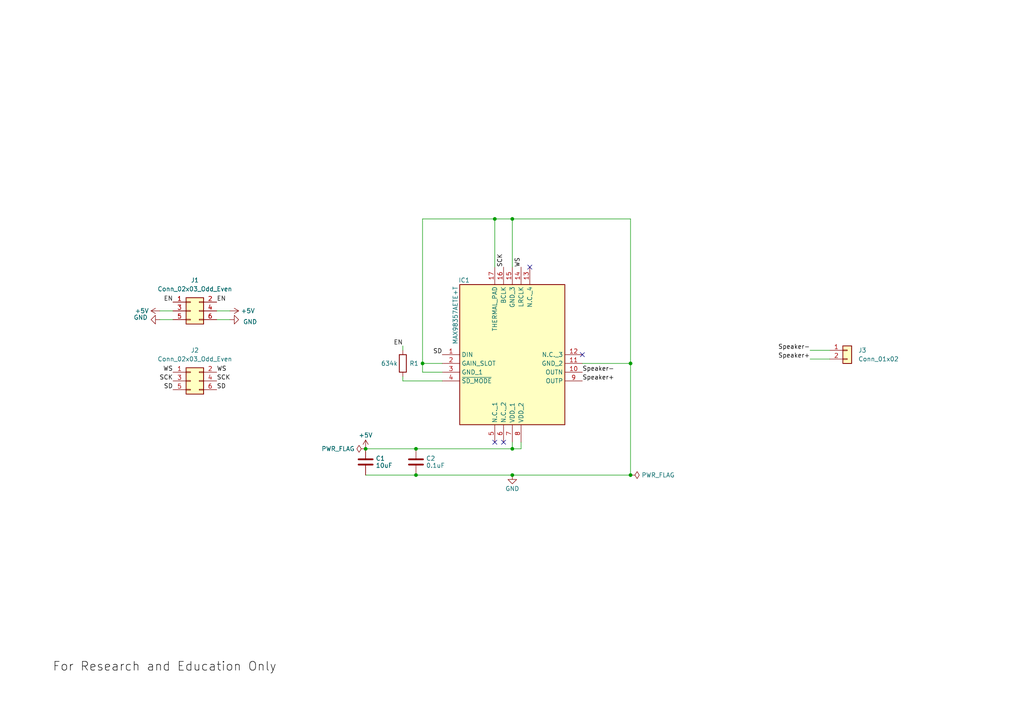
<source format=kicad_sch>
(kicad_sch (version 20250114) (generator "eeschema") (generator_version "9.0")
  (paper "A4")
  (title_block (title "NB3 Mouth") (date "2024-10-02") (rev "0.0.3") (company "Voight-Kampff") (comment 1 "I2S Codec and 3W (Class D) Amplifier"))
  (lib_symbols
    (symbol "Connector_Generic:Conn_01x02" (pin_names (offset 1.016) (hide yes))
      (property "Reference" "J" (at 0 2.54 0))
      (property "Value" "Conn_01x02" (at 0 -5.08 0))
      (symbol "Conn_01x02_1_1"
        (rectangle (start -1.27 1.27) (end 1.27 -3.81) (stroke (width 0.254)) (fill (type background)))
        (rectangle (start -1.27 0.127) (end 0 -0.127) (stroke (width 0.1524)))
        (rectangle (start -1.27 -2.413) (end 0 -2.667) (stroke (width 0.1524)))
        (pin passive line (at -5.08 0 0) (length 3.81) (name "Pin_1") (number "1"))
        (pin passive line (at -5.08 -2.54 0) (length 3.81) (name "Pin_2") (number "2"))
      )
    )
    (symbol "Connector_Generic:Conn_02x03_Odd_Even" (pin_names (offset 1.016) (hide yes))
      (property "Reference" "J" (at 1.27 5.08 0))
      (property "Value" "Conn_02x03_Odd_Even" (at 1.27 -5.08 0))
      (symbol "Conn_02x03_Odd_Even_1_1"
        (rectangle (start -1.27 3.81) (end 3.81 -3.81) (stroke (width 0.254)) (fill (type background)))
        (rectangle (start -1.27 2.667) (end 0 2.413) (stroke (width 0.1524)))
        (rectangle (start -1.27 0.127) (end 0 -0.127) (stroke (width 0.1524)))
        (rectangle (start -1.27 -2.413) (end 0 -2.667) (stroke (width 0.1524)))
        (rectangle (start 3.81 2.667) (end 2.54 2.413) (stroke (width 0.1524)))
        (rectangle (start 3.81 0.127) (end 2.54 -0.127) (stroke (width 0.1524)))
        (rectangle (start 3.81 -2.413) (end 2.54 -2.667) (stroke (width 0.1524)))
        (pin passive line (at -5.08 2.54 0) (length 3.81) (name "Pin_1") (number "1"))
        (pin passive line (at -5.08 0 0) (length 3.81) (name "Pin_3") (number "3"))
        (pin passive line (at -5.08 -2.54 0) (length 3.81) (name "Pin_5") (number "5"))
        (pin passive line (at 7.62 2.54 180) (length 3.81) (name "Pin_2") (number "2"))
        (pin passive line (at 7.62 0 180) (length 3.81) (name "Pin_4") (number "4"))
        (pin passive line (at 7.62 -2.54 180) (length 3.81) (name "Pin_6") (number "6"))
      )
    )
    (symbol "Device:C" (pin_numbers (hide yes)) (pin_names (offset 0.254))
      (property "Reference" "C" (at 0.635 2.54 0))
      (property "Value" "C" (at 0.635 -2.54 0))
      (symbol "C_0_1"
        (polyline (pts (xy -2.032 0.762) (xy 2.032 0.762)) (stroke (width 0.508)))
        (polyline (pts (xy -2.032 -0.762) (xy 2.032 -0.762)) (stroke (width 0.508)))
      )
      (symbol "C_1_1"
        (pin passive line (at 0 3.81 270) (length 2.794) (name "~") (number "1"))
        (pin passive line (at 0 -3.81 90) (length 2.794) (name "~") (number "2"))
      )
    )
    (symbol "Device:R" (pin_numbers (hide yes)) (pin_names (offset 0))
      (property "Reference" "R" (at 2.032 0 90))
      (property "Value" "R" (at 0 0 90))
      (symbol "R_0_1"
        (rectangle (start -1.016 -2.54) (end 1.016 2.54) (stroke (width 0.254)))
      )
      (symbol "R_1_1"
        (pin passive line (at 0 3.81 270) (length 1.27) (name "~") (number "1"))
        (pin passive line (at 0 -3.81 90) (length 1.27) (name "~") (number "2"))
      )
    )
    (symbol "GND_1" (power) (pin_names (offset 0))
      (property "Value" "GND_1" (at 0 -3.81 0))
      (symbol "GND_1_0_1"
        (polyline (pts (xy 0 0) (xy 0 -1.27) (xy 1.27 -1.27) (xy 0 -2.54) (xy -1.27 -1.27) (xy 0 -1.27)))
      )
      (symbol "GND_1_1_1"
        (pin power_in line (at 0 0 270) (length 0) (hide yes) (name "GND") (number "1"))
      )
    )
    (symbol "GND_2" (power) (pin_names (offset 0))
      (property "Value" "GND_2" (at 0 -3.81 0))
      (symbol "GND_2_0_1"
        (polyline (pts (xy 0 0) (xy 0 -1.27) (xy 1.27 -1.27) (xy 0 -2.54) (xy -1.27 -1.27) (xy 0 -1.27)))
      )
      (symbol "GND_2_1_1"
        (pin power_in line (at 0 0 270) (length 0) (hide yes) (name "GND") (number "1"))
      )
    )
    (symbol "NB3_mouth:I2S_DAC-AMP_MAX98357A"
      (property "Reference" "IC" (at 36.83 25.4 0))
      (property "Value" "MAX98357AETE+T" (at 36.83 22.86 0))
      (symbol "I2S_DAC-AMP_MAX98357A_1_1"
        (rectangle (start 5.08 20.32) (end 35.56 -20.32) (stroke (width 0.254)) (fill (type background)))
        (pin passive line (at 0 0 0) (length 5.08) (name "DIN") (number "1"))
        (pin passive line (at 0 -2.54 0) (length 5.08) (name "GAIN_SLOT") (number "2"))
        (pin passive line (at 0 -5.08 0) (length 5.08) (name "GND_1") (number "3"))
        (pin passive line (at 0 -7.62 0) (length 5.08) (name "~{SD_MODE}") (number "4"))
        (pin passive line (at 15.24 25.4 270) (length 5.08) (name "THERMAL_PAD") (number "17"))
        (pin passive line (at 15.24 -25.4 90) (length 5.08) (name "N.C._1") (number "5"))
        (pin passive line (at 17.78 25.4 270) (length 5.08) (name "BCLK") (number "16"))
        (pin passive line (at 17.78 -25.4 90) (length 5.08) (name "N.C._2") (number "6"))
        (pin passive line (at 20.32 25.4 270) (length 5.08) (name "GND_3") (number "15"))
        (pin passive line (at 20.32 -25.4 90) (length 5.08) (name "VDD_1") (number "7"))
        (pin passive line (at 22.86 25.4 270) (length 5.08) (name "LRCLK") (number "14"))
        (pin passive line (at 22.86 -25.4 90) (length 5.08) (name "VDD_2") (number "8"))
        (pin passive line (at 25.4 25.4 270) (length 5.08) (name "N.C._4") (number "13"))
        (pin passive line (at 40.64 0 180) (length 5.08) (name "N.C._3") (number "12"))
        (pin passive line (at 40.64 -2.54 180) (length 5.08) (name "GND_2") (number "11"))
        (pin passive line (at 40.64 -5.08 180) (length 5.08) (name "OUTN") (number "10"))
        (pin passive line (at 40.64 -7.62 180) (length 5.08) (name "OUTP") (number "9"))
      )
    )
    (symbol "power:+5V" (power) (pin_names (offset 0))
      (property "Value" "+5V" (at 0 3.556 0))
      (symbol "+5V_0_1"
        (polyline (pts (xy -0.762 1.27) (xy 0 2.54)))
        (polyline (pts (xy 0 2.54) (xy 0.762 1.27)))
        (polyline (pts (xy 0 0) (xy 0 2.54)))
      )
      (symbol "+5V_1_1"
        (pin power_in line (at 0 0 90) (length 0) (hide yes) (name "+5V") (number "1"))
      )
    )
    (symbol "power:GND" (power) (pin_names (offset 0))
      (property "Value" "GND" (at 0 -3.81 0))
      (symbol "GND_0_1"
        (polyline (pts (xy 0 0) (xy 0 -1.27) (xy 1.27 -1.27) (xy 0 -2.54) (xy -1.27 -1.27) (xy 0 -1.27)))
      )
      (symbol "GND_1_1"
        (pin power_in line (at 0 0 270) (length 0) (hide yes) (name "GND") (number "1"))
      )
    )
    (symbol "power:PWR_FLAG" (power) (pin_numbers (hide yes)) (pin_names (offset 0) (hide yes))
      (property "Value" "PWR_FLAG" (at 0 3.81 0))
      (symbol "PWR_FLAG_0_0"
        (pin power_out line (at 0 0 90) (length 0) (name "pwr") (number "1"))
      )
      (symbol "PWR_FLAG_0_1"
        (polyline (pts (xy 0 0) (xy 0 1.27) (xy -1.016 1.905) (xy 0 2.54) (xy 1.016 1.905) (xy 0 1.27)))
      )
    )
  )
  (text "For Research and Education Only" (at 15.24 194.945 0) (effects (font (size 2.54 2.54)) (justify left bottom)))
  (junction (at 106.045 130.175))
  (junction (at 122.555 105.41))
  (junction (at 143.51 63.5))
  (junction (at 148.59 137.795))
  (junction (at 182.88 137.795))
  (junction (at 148.59 130.175))
  (junction (at 182.88 105.41))
  (junction (at 120.65 137.795))
  (junction (at 120.65 130.175))
  (junction (at 148.59 63.5))
  (no_connect (at 153.67 77.47))
  (no_connect (at 146.05 128.27))
  (no_connect (at 143.51 128.27))
  (no_connect (at 168.91 102.87))
  (wire (pts (xy 168.91 105.41) (xy 182.88 105.41)))
  (wire (pts (xy 148.59 128.27) (xy 148.59 130.175)))
  (wire (pts (xy 62.865 90.17) (xy 66.675 90.17)))
  (wire (pts (xy 128.27 107.95) (xy 122.555 107.95)))
  (wire (pts (xy 62.865 92.71) (xy 66.675 92.71)))
  (wire (pts (xy 151.13 130.175) (xy 151.13 128.27)))
  (wire (pts (xy 120.65 130.175) (xy 148.59 130.175)))
  (wire (pts (xy 106.045 130.175) (xy 120.65 130.175)))
  (wire (pts (xy 148.59 137.795) (xy 182.88 137.795)))
  (wire (pts (xy 122.555 63.5) (xy 122.555 105.41)))
  (wire (pts (xy 122.555 105.41) (xy 122.555 107.95)))
  (wire (pts (xy 116.84 110.49) (xy 128.27 110.49)))
  (wire (pts (xy 116.84 109.22) (xy 116.84 110.49)))
  (wire (pts (xy 120.65 137.795) (xy 148.59 137.795)))
  (wire (pts (xy 148.59 130.175) (xy 151.13 130.175)))
  (wire (pts (xy 128.27 105.41) (xy 122.555 105.41)))
  (wire (pts (xy 116.84 100.33) (xy 116.84 101.6)))
  (wire (pts (xy 148.59 77.47) (xy 148.59 63.5)))
  (wire (pts (xy 46.355 90.17) (xy 50.165 90.17)))
  (wire (pts (xy 148.59 63.5) (xy 182.88 63.5)))
  (wire (pts (xy 182.88 105.41) (xy 182.88 137.795)))
  (wire (pts (xy 143.51 63.5) (xy 148.59 63.5)))
  (wire (pts (xy 46.355 92.71) (xy 50.165 92.71)))
  (wire (pts (xy 234.95 101.6) (xy 240.665 101.6)))
  (wire (pts (xy 143.51 63.5) (xy 143.51 77.47)))
  (wire (pts (xy 106.045 137.795) (xy 120.65 137.795)))
  (wire (pts (xy 122.555 63.5) (xy 143.51 63.5)))
  (wire (pts (xy 182.88 63.5) (xy 182.88 105.41)))
  (wire (pts (xy 234.95 104.14) (xy 240.665 104.14)))
  (label "EN" (at 116.84 100.33 180))
  (label "EN" (at 50.165 87.63 180))
  (label "SD" (at 50.165 113.03 180))
  (label "EN" (at 62.865 87.63 0))
  (label "Speaker+" (at 168.91 110.49 0))
  (label "SD" (at 128.27 102.87 180))
  (label "Speaker+" (at 234.95 104.14 180))
  (label "WS" (at 50.165 107.95 180))
  (label "WS" (at 151.13 77.47 90))
  (label "SCK" (at 146.05 77.47 90))
  (label "SD" (at 62.865 113.03 0))
  (label "SCK" (at 50.165 110.49 180))
  (label "SCK" (at 62.865 110.49 0))
  (label "WS" (at 62.865 107.95 0))
  (label "Speaker-" (at 168.91 107.95 0))
  (label "Speaker-" (at 234.95 101.6 180))
  (symbol (lib_id "power:PWR_FLAG") (at 182.88 137.795 270) (unit 1)
    (property "Reference" "#FLG02" (effects (hide yes)))
    (property "Value" "PWR_FLAG" (at 186.055 137.795 90) (effects (justify left)))
  )
  (symbol (lib_id "NB3_mouth:I2S_DAC-AMP_MAX98357A") (at 128.27 102.87 0) (unit 1)
    (property "Reference" "IC1" (at 134.62 81.28 0))
    (property "Value" "MAX98357AETE+T" (at 132.08 91.44 90))
    (property "Footprint" "NB3_mouth:I2S_DAC-AMP_MAX98357A" (effects (hide yes)))
    (property "Datasheet" "https://datasheets.maximintegrated.com/en/ds/MAX98357A-MAX98357B.pdf" (effects (hide yes)))
    (property "Height" "0.8" (effects (hide yes)))
    (property "Mouser Part Number" "700-MAX98357AETE+T" (effects (hide yes)))
    (property "Mouser Price/Stock" "https://www.mouser.co.uk/ProductDetail/Analog-Devices-Maxim-Integrated/MAX98357AETE%2bT?qs=AAveGqk956HhNpoJjF5x2g%3D%3D" (effects (hide yes)))
    (property "Manufacturer_Name" "Analog Devices" (effects (hide yes)))
    (property "Manufacturer_Part_Number" "MAX98357AETE+T" (effects (hide yes)))
  )
  (symbol (lib_name "GND_1") (lib_id "power:GND") (at 148.59 137.795 0) (unit 1)
    (property "Reference" "#PWR06" (effects (hide yes)))
    (property "Value" "GND" (at 148.59 141.74 0))
  )
  (symbol (lib_id "power:GND") (at 46.355 92.71 270) (unit 1)
    (property "Reference" "#PWR02" (effects (hide yes)))
    (property "Value" "GND" (at 38.735 92.0749 90) (effects (justify left)))
  )
  (symbol (lib_id "power:+5V") (at 46.355 90.17 90) (unit 1)
    (property "Reference" "#PWR01" (effects (hide yes)))
    (property "Value" "+5V" (at 43.1801 90.17 90) (effects (justify left)))
  )
  (symbol (lib_name "GND_2") (lib_id "power:GND") (at 66.675 92.71 90) (unit 1)
    (property "Reference" "#PWR04" (effects (hide yes)))
    (property "Value" "GND" (at 70.485 93.3449 90) (effects (justify right)))
  )
  (symbol (lib_id "Connector_Generic:Conn_02x03_Odd_Even") (at 55.245 110.49 0) (unit 1)
    (property "Reference" "J2" (at 56.515 101.6 0))
    (property "Value" "Conn_02x03_Odd_Even" (at 56.515 104.14 0))
    (property "Footprint" "Connector_PinHeader_2.54mm:PinHeader_2x03_P2.54mm_Vertical_SMD" (effects (hide yes)))
  )
  (symbol (lib_id "Connector_Generic:Conn_01x02") (at 245.745 101.6 0) (unit 1)
    (property "Reference" "J3" (at 248.92 101.6 0) (effects (justify left)))
    (property "Value" "Conn_01x02" (at 248.92 104.14 0) (effects (justify left)))
    (property "Footprint" "Connector_PinHeader_2.54mm:PinHeader_1x02_P2.54mm_Horizontal" (effects (hide yes)))
  )
  (symbol (lib_id "power:+5V") (at 106.045 130.175 0) (unit 1)
    (property "Reference" "#PWR05" (effects (hide yes)))
    (property "Value" "+5V" (at 106.045 126.23 0))
  )
  (symbol (lib_id "power:+5V") (at 66.675 90.17 270) (unit 1)
    (property "Reference" "#PWR03" (effects (hide yes)))
    (property "Value" "+5V" (at 69.85 90.17 90) (effects (justify left)))
  )
  (symbol (lib_id "Device:C") (at 120.65 133.985 0) (unit 1)
    (property "Reference" "C2" (at 123.571 132.961 0) (effects (justify left)))
    (property "Value" "0.1uF" (at 123.571 135.009 0) (effects (justify left)))
    (property "Footprint" "Capacitor_SMD:C_0402_1005Metric" (effects (hide yes)))
  )
  (symbol (lib_id "Device:R") (at 116.84 105.41 0) (unit 1)
    (property "Reference" "R1" (at 118.745 105.41 0) (effects (justify left)))
    (property "Value" "634k" (at 110.49 105.41 0) (effects (justify left)))
    (property "Footprint" "Resistor_SMD:R_0402_1005Metric" (effects (hide yes)))
  )
  (symbol (lib_id "Device:C") (at 106.045 133.985 0) (unit 1)
    (property "Reference" "C1" (at 108.966 132.961 0) (effects (justify left)))
    (property "Value" "10uF" (at 108.966 135.009 0) (effects (justify left)))
    (property "Footprint" "Capacitor_SMD:C_0805_2012Metric" (effects (hide yes)))
  )
  (symbol (lib_id "power:PWR_FLAG") (at 106.045 130.175 90) (unit 1)
    (property "Reference" "#FLG01" (effects (hide yes)))
    (property "Value" "PWR_FLAG" (at 102.8701 130.175 90) (effects (justify left)))
  )
  (symbol (lib_id "Connector_Generic:Conn_02x03_Odd_Even") (at 55.245 90.17 0) (unit 1)
    (property "Reference" "J1" (at 56.515 81.28 0))
    (property "Value" "Conn_02x03_Odd_Even" (at 56.515 83.82 0))
    (property "Footprint" "Connector_PinHeader_2.54mm:PinHeader_2x03_P2.54mm_Vertical_SMD" (effects (hide yes)))
  )
)
</source>
